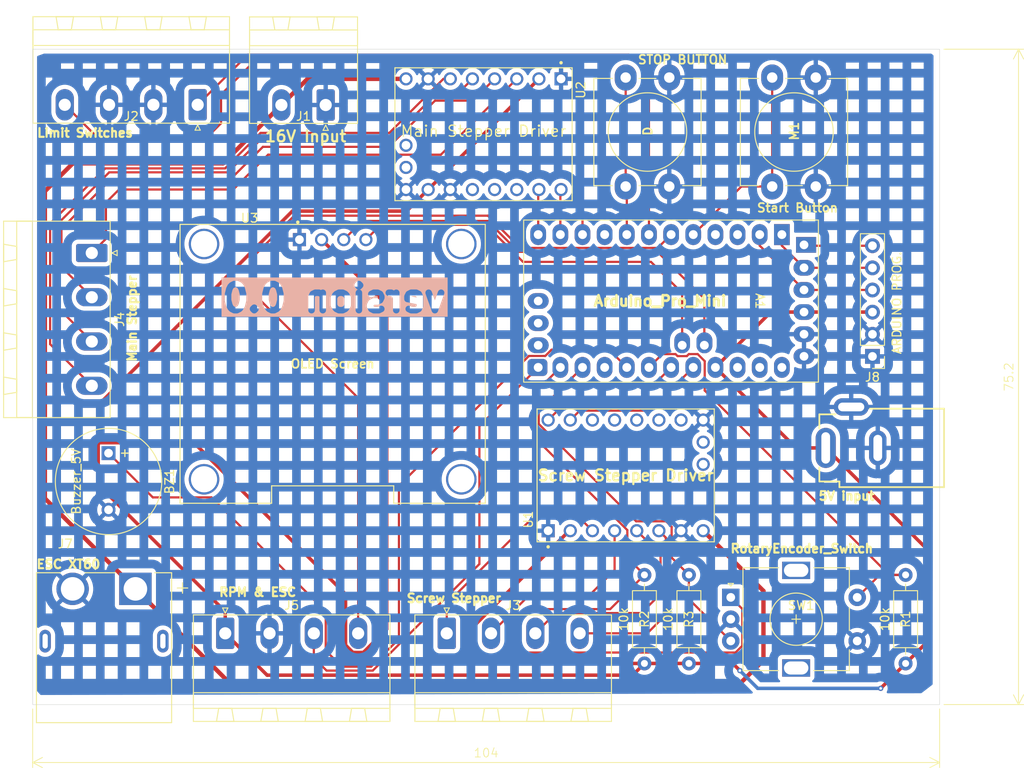
<source format=kicad_pcb>
(kicad_pcb (version 20241229) (generator "pcbnew") (generator_version "9.0")
  (title_block (title "PCB") (rev "0.0"))
  (layers (0 "F.Cu" signal) (2 "B.Cu" signal) (13 "F.Paste" user) (15 "B.Paste" user) (5 "F.SilkS" user "F.Silkscreen") (7 "B.SilkS" user "B.Silkscreen") (1 "F.Mask" user) (3 "B.Mask" user) (25 "Edge.Cuts" user))
  (net 0 "")
  (net 1 "/STP2")
  (net 2 "/RPM")
  (net 3 "/ENCODER_A")
  (net 4 "5V")
  (net 5 "/DIR2")
  (net 6 "/limit2")
  (net 10 "/D_Button")
  (net 11 "/ESC-S")
  (net 13 "/ENCODER_SW")
  (net 14 "/BUZZ-A0")
  (net 15 "/limit1")
  (net 16 "GND")
  (net 19 "/M1_Button")
  (net 23 "/STP1")
  (net 24 "/DIR1")
  (net 25 "/OLED-A4")
  (net 26 "/OLED-A5")
  (net 28 "/ENCODER_B")
  (net 29 "/S1B")
  (net 30 "/S1A")
  (net 31 "/S2B")
  (net 32 "/S2A")
  (net 36 "+16V")
  (net 48 "/DTR")
  (net 49 "/Ard_Rx")
  (net 50 "/Ard_Tx")
  (net 51 "/M2A")
  (net 52 "/M1B")
  (net 53 "/M1A")
  (net 54 "/M2B")
  (footprint "Resistor_THT:R_Axial_DIN0207_L6.3mm_D2.5mm_P10.16mm_Horizontal" (layer "F.Cu") (at 215.3 134.72 -90)
    (property "Reference" "R1" (at 5.08 0 90) (layer "F.SilkS"))
    (property "Value" "10k" (at 5.08 2.37 90) (layer "F.SilkS"))
    (pad "1" thru_hole circle (at 0 0 270) (size 1.6 1.6) (drill 0.8) (layers "*.Cu" "*.Mask") (net 13 "/ENCODER_SW"))
    (pad "2" thru_hole circle (at 10.16 0 270) (size 1.6 1.6) (drill 0.8) (layers "*.Cu" "*.Mask") (net 4 "5V"))
  )
  (footprint "PCM_SL_Devices:Push_Button_W12mm" (layer "F.Cu") (at 202.5 83.9 90)
    (property "Reference" "Start Button" (at -8.7 0.4 180) (layer "F.SilkS") (effects (font (thickness 0.2) (bold yes))))
    (property "Value" "Push_Button_W12mm")
    (fp_text user "M1" (at 0.1 0.04 90) (layer "F.SilkS") (effects (font (thickness 0.2) (bold yes))))
    (pad "1" thru_hole oval (at -6.25 -2.5 90) (size 3 2.5) (drill 1.2) (layers "*.Cu" "*.Mask") (net 19 "/M1_Button"))
    (pad "1" thru_hole oval (at 6.25 -2.5 90) (size 3 2.5) (drill 1.2) (layers "*.Cu" "*.Mask") (net 19 "/M1_Button"))
    (pad "2" thru_hole oval (at -6.25 2.5 90) (size 3 2.5) (drill 1.2) (layers "*.Cu" "*.Mask") (net 16 "GND"))
    (pad "2" thru_hole oval (at 6.25 2.5 90) (size 3 2.5) (drill 1.2) (layers "*.Cu" "*.Mask") (net 16 "GND"))
  )
  (footprint "Rotary_Encoder:RotaryEncoder_Alps_EC11E-Switch_Vertical_H20mm" (layer "F.Cu") (at 195.25 137.3)
    (property "Reference" "SW1" (at 8.075 0.925 0) (layer "F.SilkS"))
    (property "Value" "RotaryEncoder_Switch" (at 8.15 -5.6 0) (layer "F.SilkS") (effects (font (thickness 0.25) (bold yes))))
    (pad "A" thru_hole rect (at 0 0) (size 2 2) (drill 1) (layers "*.Cu" "*.Mask") (net 3 "/ENCODER_A"))
    (pad "B" thru_hole circle (at 0 5) (size 2 2) (drill 1) (layers "*.Cu" "*.Mask") (net 28 "/ENCODER_B"))
    (pad "C" thru_hole circle (at 0 2.5) (size 2 2) (drill 1) (layers "*.Cu" "*.Mask") (net 16 "GND"))
    (pad "MP" thru_hole rect (at 7.5 -3.1) (size 3.2 2) (drill oval 2.8 1.5) (layers "*.Cu" "*.Mask"))
    (pad "MP" thru_hole rect (at 7.5 8.1) (size 3.2 2) (drill oval 2.8 1.5) (layers "*.Cu" "*.Mask"))
    (pad "S1" thru_hole circle (at 14.5 5) (size 2 2) (drill 1) (layers "*.Cu" "*.Mask") (net 16 "GND"))
    (pad "S2" thru_hole circle (at 14.5 0) (size 2 2) (drill 1) (layers "*.Cu" "*.Mask") (net 13 "/ENCODER_SW"))
  )
  (footprint "TMC2209_SILENTSTEPSTICK:MODULE_TMC2209_SILENTSTEPSTICK" (layer "F.Cu") (at 183.2 123.3 90)
    (property "Reference" "U1" (at -5.075 -11.155 90) (layer "F.SilkS"))
    (property "Value" "TMC2209_SILENTSTEPSTICK" (hide yes))
    (property "Description" "Screw Stepper Driver" (at 0 0 180) (layer "F.SilkS") (effects (font (size 1.27 1.27) (thickness 0.254) (bold yes))))
    (pad "1" thru_hole rect (at -6.35 -8.89 90) (size 1.508 1.508) (drill 1) (layers "*.Cu" "*.Mask") (net 16 "GND"))
    (pad "2" thru_hole circle (at -6.35 -6.35 90) (size 1.508 1.508) (drill 1) (layers "*.Cu" "*.Mask") (net 4 "5V"))
    (pad "3" thru_hole circle (at -6.35 -3.81 90) (size 1.508 1.508) (drill 1) (layers "*.Cu" "*.Mask") (net 29 "/S1B"))
    (pad "4" thru_hole circle (at -6.35 -1.27 90) (size 1.508 1.508) (drill 1) (layers "*.Cu" "*.Mask") (net 30 "/S1A"))
    (pad "5" thru_hole circle (at -6.35 1.27 90) (size 1.508 1.508) (drill 1) (layers "*.Cu" "*.Mask") (net 32 "/S2A"))
    (pad "6" thru_hole circle (at -6.35 3.81 90) (size 1.508 1.508) (drill 1) (layers "*.Cu" "*.Mask") (net 31 "/S2B"))
    (pad "7" thru_hole circle (at -6.35 6.35 90) (size 1.508 1.508) (drill 1) (layers "*.Cu" "*.Mask") (net 16 "GND"))
    (pad "8" thru_hole circle (at -6.35 8.89 90) (size 1.508 1.508) (drill 1) (layers "*.Cu" "*.Mask") (net 36 "+16V"))
    (pad "9" thru_hole circle (at 6.35 -8.89 90) (size 1.508 1.508) (drill 1) (layers "*.Cu" "*.Mask") (net 5 "/DIR2"))
    (pad "10" thru_hole circle (at 6.35 -6.35 90) (size 1.508 1.508) (drill 1) (layers "*.Cu" "*.Mask") (net 1 "/STP2"))
    (pad "11" thru_hole circle (at 6.35 -3.81 90) (size 1.508 1.508) (drill 1) (layers "*.Cu" "*.Mask"))
    (pad "12" thru_hole circle (at 6.35 -1.27 90) (size 1.508 1.508) (drill 1) (layers "*.Cu" "*.Mask"))
    (pad "13" thru_hole circle (at 6.35 1.27 90) (size 1.508 1.508) (drill 1) (layers "*.Cu" "*.Mask"))
    (pad "14" thru_hole circle (at 6.35 3.81 90) (size 1.508 1.508) (drill 1) (layers "*.Cu" "*.Mask"))
    (pad "15" thru_hole circle (at 6.35 6.35 90) (size 1.508 1.508) (drill 1) (layers "*.Cu" "*.Mask"))
    (pad "16" thru_hole circle (at 6.35 8.89 90) (size 1.508 1.508) (drill 1) (layers "*.Cu" "*.Mask") (net 16 "GND"))
    (pad "17" thru_hole circle (at 1.27 8.89 90) (size 1.508 1.508) (drill 1) (layers "*.Cu" "*.Mask"))
    (pad "18" thru_hole circle (at 3.81 8.89 90) (size 1.508 1.508) (drill 1) (layers "*.Cu" "*.Mask"))
  )
  (footprint "Connector_Phoenix_MSTB:PhoenixContact_MSTBA_2,5_4-G-5,08_1x04_P5.08mm_Horizontal" (layer "F.Cu") (at 162.68 141.4225)
    (property "Reference" "J3" (at 7.62 -3.2 0) (layer "F.SilkS"))
    (property "Value" "Screw Stepper" (at 0.82 -4.0225 0) (layer "F.SilkS") (effects (font (thickness 0.25) (bold yes))))
    (pad "1" thru_hole roundrect (at 0 0) (size 2.08 3.6) (drill 1.4) (layers "*.Cu" "*.Mask") (roundrect_rratio 0.120192) (net 29 "/S1B"))
    (pad "2" thru_hole oval (at 5.08 0) (size 2.08 3.6) (drill 1.4) (layers "*.Cu" "*.Mask") (net 30 "/S1A"))
    (pad "3" thru_hole oval (at 10.16 0) (size 2.08 3.6) (drill 1.4) (layers "*.Cu" "*.Mask") (net 32 "/S2A"))
    (pad "4" thru_hole oval (at 15.24 0) (size 2.08 3.6) (drill 1.4) (layers "*.Cu" "*.Mask") (net 31 "/S2B"))
  )
  (footprint "Resistor_THT:R_Axial_DIN0207_L6.3mm_D2.5mm_P10.16mm_Horizontal" (layer "F.Cu") (at 190.45 134.72 -90)
    (property "Reference" "R3" (at 5.08 0 90) (layer "F.SilkS"))
    (property "Value" "10k" (at 5.08 2.37 90) (layer "F.SilkS"))
    (pad "1" thru_hole circle (at 0 0 270) (size 1.6 1.6) (drill 0.8) (layers "*.Cu" "*.Mask") (net 28 "/ENCODER_B"))
    (pad "2" thru_hole circle (at 10.16 0 270) (size 1.6 1.6) (drill 0.8) (layers "*.Cu" "*.Mask") (net 4 "5V"))
  )
  (footprint "PCM_SL_Devices:Push_Button_W12mm" (layer "F.Cu") (at 185.7 83.9 90)
    (property "Reference" "STOP BUTTON" (at 8.3 4.03 180) (layer "F.SilkS") (effects (font (thickness 0.2) (bold yes))))
    (property "Value" "Push_Button_W12mm")
    (fp_text user "D" (at 0.1 0.04 90) (layer "F.SilkS") (effects (font (thickness 0.2) (bold yes))))
    (pad "1" thru_hole oval (at -6.25 -2.5 90) (size 3 2.5) (drill 1.2) (layers "*.Cu" "*.Mask") (net 10 "/D_Button"))
    (pad "1" thru_hole oval (at 6.25 -2.5 90) (size 3 2.5) (drill 1.2) (layers "*.Cu" "*.Mask") (net 10 "/D_Button"))
    (pad "2" thru_hole oval (at -6.25 2.5 90) (size 3 2.5) (drill 1.2) (layers "*.Cu" "*.Mask") (net 16 "GND"))
    (pad "2" thru_hole oval (at 6.25 2.5 90) (size 3 2.5) (drill 1.2) (layers "*.Cu" "*.Mask") (net 16 "GND"))
  )
  (footprint "TMC2209_SILENTSTEPSTICK:MODULE_TMC2209_SILENTSTEPSTICK" (layer "F.Cu") (at 166.9 84.1525 -90)
    (property "Reference" "U2" (at -5.075 -11.155 90) (layer "F.SilkS"))
    (property "Value" "TMC2209_SILENTSTEPSTICK" (hide yes))
    (property "Description" "Main Stepper Driver" (at -0.3525 0 180) (layer "F.SilkS") (effects (font (size 1.27 1.27))))
    (pad "1" thru_hole rect (at -6.35 -8.89 270) (size 1.508 1.508) (drill 1) (layers "*.Cu" "*.Mask") (net 16 "GND"))
    (pad "2" thru_hole circle (at -6.35 -6.35 270) (size 1.508 1.508) (drill 1) (layers "*.Cu" "*.Mask") (net 4 "5V"))
    (pad "3" thru_hole circle (at -6.35 -3.81 270) (size 1.508 1.508) (drill 1) (layers "*.Cu" "*.Mask") (net 52 "/M1B"))
    (pad "4" thru_hole circle (at -6.35 -1.27 270) (size 1.508 1.508) (drill 1) (layers "*.Cu" "*.Mask") (net 53 "/M1A"))
    (pad "5" thru_hole circle (at -6.35 1.27 270) (size 1.508 1.508) (drill 1) (layers "*.Cu" "*.Mask") (net 51 "/M2A"))
    (pad "6" thru_hole circle (at -6.35 3.81 270) (size 1.508 1.508) (drill 1) (layers "*.Cu" "*.Mask") (net 54 "/M2B"))
    (pad "7" thru_hole circle (at -6.35 6.35 270) (size 1.508 1.508) (drill 1) (layers "*.Cu" "*.Mask") (net 16 "GND"))
    (pad "8" thru_hole circle (at -6.35 8.89 270) (size 1.508 1.508) (drill 1) (layers "*.Cu" "*.Mask") (net 36 "+16V"))
    (pad "9" thru_hole circle (at 6.35 -8.89 270) (size 1.508 1.508) (drill 1) (layers "*.Cu" "*.Mask") (net 24 "/DIR1"))
    (pad "10" thru_hole circle (at 6.35 -6.35 270) (size 1.508 1.508) (drill 1) (layers "*.Cu" "*.Mask") (net 23 "/STP1"))
    (pad "11" thru_hole circle (at 6.35 -3.81 270) (size 1.508 1.508) (drill 1) (layers "*.Cu" "*.Mask"))
    (pad "12" thru_hole circle (at 6.35 -1.27 270) (size 1.508 1.508) (drill 1) (layers "*.Cu" "*.Mask"))
    (pad "13" thru_hole circle (at 6.35 1.27 270) (size 1.508 1.508) (drill 1) (layers "*.Cu" "*.Mask"))
    (pad "14" thru_hole circle (at 6.35 3.81 270) (size 1.508 1.508) (drill 1) (layers "*.Cu" "*.Mask") (net 16 "GND"))
    (pad "15" thru_hole circle (at 6.35 6.35 270) (size 1.508 1.508) (drill 1) (layers "*.Cu" "*.Mask") (net 4 "5V"))
    (pad "16" thru_hole circle (at 6.35 8.89 270) (size 1.508 1.508) (drill 1) (layers "*.Cu" "*.Mask") (net 16 "GND"))
    (pad "17" thru_hole circle (at 1.27 8.89 270) (size 1.508 1.508) (drill 1) (layers "*.Cu" "*.Mask"))
    (pad "18" thru_hole circle (at 3.81 8.89 270) (size 1.508 1.508) (drill 1) (layers "*.Cu" "*.Mask"))
  )
  (footprint "Buzzer_Beeper:MagneticBuzzer_ProSignal_ABT-410-RC" (layer "F.Cu") (at 123.9 120.75 -90)
    (property "Reference" "BZ1" (at 3.25 -7 90) (layer "F.SilkS"))
    (property "Value" "Buzzer_5V" (at 3.25 3.7 90) (layer "F.SilkS"))
    (fp_text user "+" (at 0 -1.8 90) (layer "F.SilkS"))
    (pad "1" thru_hole rect (at 0 0 270) (size 1.6 1.6) (drill 1) (layers "*.Cu" "*.Mask") (net 14 "/BUZZ-A0"))
    (pad "2" thru_hole circle (at 6.5 0 270) (size 1.6 1.6) (drill 1) (layers "*.Cu" "*.Mask") (net 16 "GND"))
  )
  (footprint "PCM_SL_Development_Boards:Arduino_Pro_Mini(with_programming_pins)" (layer "F.Cu") (at 201.11 95.67 -90)
    (property "Reference" "A1" (at 7.63 2.51 270) (layer "F.SilkS"))
    (property "Value" "Arduino_Pro_Mini" (at 7.62 13.97 0) (layer "F.SilkS") (effects (font (size 1.2 1.2) (thickness 0.3) (bold yes))))
    (pad "1" thru_hole rect (at 0 0 270) (size 2.4 1.8) (drill 1.016) (layers "*.Cu" "*.Mask") (net 50 "/Ard_Tx"))
    (pad "1" thru_hole oval (at 3.81 -2.54 270) (size 1.8 2.4) (drill 1) (layers "*.Cu" "*.Mask") (net 50 "/Ard_Tx"))
    (pad "2" thru_hole oval (at 0 2.54 270) (size 2.4 1.8) (drill 1.016) (layers "*.Cu" "*.Mask") (net 49 "/Ard_Rx"))
    (pad "2" thru_hole oval (at 6.35 -2.54 270) (size 1.8 2.4) (drill 1) (layers "*.Cu" "*.Mask") (net 49 "/Ard_Rx"))
    (pad "3" thru_hole oval (at 0 5.08 270) (size 2.4 1.8) (drill 1.016) (layers "*.Cu" "*.Mask"))
    (pad "3" thru_hole oval (at 15.24 5.08 270) (size 2.4 1.8) (drill 1.016) (layers "*.Cu" "*.Mask"))
    (pad "4" thru_hole oval (at 0 7.62 270) (size 2.4 1.8) (drill 1.016) (layers "*.Cu" "*.Mask"))
    (pad "5" thru_hole oval (at 0 10.16 270) (size 2.4 1.8) (drill 1.016) (layers "*.Cu" "*.Mask") (net 19 "/M1_Button"))
    (pad "6" thru_hole oval (at 0 12.7 270) (size 2.4 1.8) (drill 1.016) (layers "*.Cu" "*.Mask") (net 2 "/RPM"))
    (pad "7" thru_hole oval (at 0 15.24 270) (size 2.4 1.8) (drill 1.016) (layers "*.Cu" "*.Mask") (net 15 "/limit1"))
    (pad "8" thru_hole oval (at 0 17.78 270) (size 2.4 1.8) (drill 1.016) (layers "*.Cu" "*.Mask") (net 10 "/D_Button"))
    (pad "9" thru_hole oval (at 0 20.32 270) (size 2.4 1.8) (drill 1.016) (layers "*.Cu" "*.Mask"))
    (pad "10" thru_hole oval (at 0 22.86 270) (size 2.4 1.8) (drill 1.016) (layers "*.Cu" "*.Mask") (net 6 "/limit2"))
    (pad "11" thru_hole oval (at 0 25.4 270) (size 2.4 1.8) (drill 1.016) (layers "*.Cu" "*.Mask") (net 24 "/DIR1"))
    (pad "12" thru_hole oval (at 0 27.94 270) (size 2.4 1.8) (drill 1.016) (layers "*.Cu" "*.Mask") (net 23 "/STP1"))
    (pad "13" thru_hole oval (at 7.62 27.94 270) (size 1.8 2.4) (drill 1) (layers "*.Cu" "*.Mask"))
    (pad "14" thru_hole oval (at 10.16 27.94 270) (size 1.8 2.4) (drill 1) (layers "*.Cu" "*.Mask"))
    (pad "15" thru_hole oval (at 12.7 27.94 270) (size 1.8 2.4) (drill 1) (layers "*.Cu" "*.Mask"))
    (pad "16" thru_hole roundrect (at 15.24 27.94 270) (size 1.95 2.28) (drill 1.016 (offset 0.005 0.09)) (layers "*.Cu" "*.Mask") (net 11 "/ESC-S"))
    (pad "17" thru_hole oval (at 15.24 25.4 270) (size 2.4 1.8) (drill 1.016) (layers "*.Cu" "*.Mask") (net 3 "/ENCODER_A"))
    (pad "18" thru_hole oval (at 15.24 22.86 270) (size 2.4 1.8) (drill 1.016) (layers "*.Cu" "*.Mask") (net 28 "/ENCODER_B"))
    (pad "19" thru_hole oval (at 15.24 20.32 270) (size 2.4 1.8) (drill 1.016) (layers "*.Cu" "*.Mask"))
    (pad "20" thru_hole oval (at 15.24 17.78 270) (size 2.4 1.8) (drill 1.016) (layers "*.Cu" "*.Mask") (net 14 "/BUZZ-A0"))
    (pad "21" thru_hole oval (at 15.24 15.24 270) (size 2.4 1.8) (drill 1.016) (layers "*.Cu" "*.Mask") (net 13 "/ENCODER_SW"))
    (pad "22" thru_hole oval (at 15.24 12.7 270) (size 2.4 1.8) (drill 1.016) (layers "*.Cu" "*.Mask") (net 5 "/DIR2"))
    (pad "23" thru_hole oval (at 15.24 10.16 270) (size 2.4 1.8) (drill 1.016) (layers "*.Cu" "*.Mask") (net 1 "/STP2"))
    (pad "24" thru_hole oval (at 15.24 7.62 270) (size 2.4 1.8) (drill 1.016) (layers "*.Cu" "*.Mask") (net 4 "5V"))
    (pad "26" thru_hole oval (at 15.24 2.54 270) (size 2.4 1.8) (drill 1.016) (layers "*.Cu" "*.Mask"))
    (pad "27" thru_hole oval (at 15.24 0 270) (size 2.4 1.8) (drill 1.016) (layers "*.Cu" "*.Mask"))
    (pad "28" thru_hole oval (at 13.97 -2.54 270) (size 1.8 2.4) (drill 1) (layers "*.Cu" "*.Mask") (net 16 "GND"))
    (pad "29" thru_hole oval (at 11.43 -2.54 270) (size 1.8 2.4) (drill 1) (layers "*.Cu" "*.Mask") (net 16 "GND"))
    (pad "30" thru_hole oval (at 8.89 -2.54 270) (size 1.8 2.4) (drill 1) (layers "*.Cu" "*.Mask") (net 4 "5V"))
    (pad "31" thru_hole rect (at 1.18 -2.54 270) (size 1.8 2.3) (drill 1 (offset 0 -0.24)) (layers "*.Cu" "*.Mask") (net 48 "/DTR"))
    (pad "32" thru_hole oval (at 12.7 8.89 270) (size 2.4 1.82) (drill 1.016 (offset -0.28 -0.01)) (layers "*.Cu" "*.Mask") (net 26 "/OLED-A5"))
    (pad "33" thru_hole oval (at 12.7 11.43 270) (size 2.4 1.8) (drill 1.016 (offset -0.28 0)) (layers "*.Cu" "*.Mask") (net 25 "/OLED-A4"))
  )
  (footprint "PCM_SparkFun-Connector:Barrel_Jack_PTH_Slot" (layer "F.Cu") (at 212.1087 120.1487)
    (property "Reference" "J6")
    (property "Value" "5V input" (at -6.9087 6.1013 0) (layer "F.SilkS") (effects (font (thickness 0.25) (bold yes)) (justify left bottom)))
    (pad "GND" thru_hole oval (at 0 0 90) (size 4 2) (drill oval 3 1) (layers "*.Cu" "*.Mask") (net 16 "GND"))
    (pad "GNDBREAK" thru_hole oval (at -3.048 -4.699) (size 4 2) (drill oval 3 1) (layers "*.Cu" "*.Mask") (net 16 "GND"))
    (pad "PWR" thru_hole oval (at -5.969 0 90) (size 4.6 2.3) (drill oval 3.6 1) (layers "*.Cu" "*.Mask") (net 4 "5V"))
  )
  (footprint "Connector_Phoenix_MSTB:PhoenixContact_MSTBA_2,5_4-G-5,08_1x04_P5.08mm_Horizontal" (layer "F.Cu") (at 121.9775 97.78 -90)
    (property "Reference" "J4" (at 7.62 -3.2 90) (layer "F.SilkS"))
    (property "Value" "Main Stepper" (at 7.52 -4.6225 90) (layer "F.SilkS") (effects (font (thickness 0.25) (bold yes))))
    (pad "1" thru_hole roundrect (at 0 0 270) (size 2.08 3.6) (drill 1.4) (layers "*.Cu" "*.Mask") (roundrect_rratio 0.120192) (net 52 "/M1B"))
    (pad "2" thru_hole oval (at 5.08 0 270) (size 2.08 3.6) (drill 1.4) (layers "*.Cu" "*.Mask") (net 53 "/M1A"))
    (pad "3" thru_hole oval (at 10.16 0 270) (size 2.08 3.6) (drill 1.4) (layers "*.Cu" "*.Mask") (net 51 "/M2A"))
    (pad "4" thru_hole oval (at 15.24 0 270) (size 2.08 3.6) (drill 1.4) (layers "*.Cu" "*.Mask") (net 54 "/M2B"))
  )
  (footprint "Connector_Phoenix_MSTB:PhoenixContact_MSTBA_2,5_4-G-5,08_1x04_P5.08mm_Horizontal" (layer "F.Cu") (at 137.28 141.4225)
    (property "Reference" "J5" (at 7.62 -3.2 0) (layer "F.SilkS"))
    (property "Value" "RPM & ESC" (at 3.72 -4.7225 0) (layer "F.SilkS") (effects (font (thickness 0.25) (bold yes))))
    (pad "1" thru_hole roundrect (at 0 0) (size 2.08 3.6) (drill 1.4) (layers "*.Cu" "*.Mask") (roundrect_rratio 0.120192) (net 4 "5V"))
    (pad "2" thru_hole oval (at 5.08 0) (size 2.08 3.6) (drill 1.4) (layers "*.Cu" "*.Mask") (net 16 "GND"))
    (pad "3" thru_hole oval (at 10.16 0) (size 2.08 3.6) (drill 1.4) (layers "*.Cu" "*.Mask") (net 11 "/ESC-S"))
    (pad "4" thru_hole oval (at 15.24 0) (size 2.08 3.6) (drill 1.4) (layers "*.Cu" "*.Mask") (net 2 "/RPM"))
  )
  (footprint "DM-OLED096-636:MODULE_DM-OLED096-636" (layer "F.Cu") (at 149.6 110.5)
    (property "Reference" "U3" (at -9.525 -16.72 0) (layer "F.SilkS"))
    (property "Value" "OLED Screen" (at 0 0 0) (layer "F.SilkS") (effects (font (thickness 0.2) (bold yes))))
    (pad "" np_thru_hole circle (at -14.75 -13.75) (size 3.5 3.5) (drill 3) (layers "*.Cu" "*.Mask"))
    (pad "" np_thru_hole circle (at -14.75 13.25) (size 3.5 3.5) (drill 3) (layers "*.Cu" "*.Mask"))
    (pad "" np_thru_hole circle (at 14.75 -13.75) (size 3.5 3.5) (drill 3) (layers "*.Cu" "*.Mask"))
    (pad "" np_thru_hole circle (at 14.75 13.25) (size 3.5 3.5) (drill 3) (layers "*.Cu" "*.Mask"))
    (pad "1" thru_hole rect (at -3.81 -14.25) (size 1.508 1.508) (drill 1) (layers "*.Cu" "*.Mask") (net 16 "GND"))
    (pad "2" thru_hole circle (at -1.27 -14.25) (size 1.508 1.508) (drill 1) (layers "*.Cu" "*.Mask") (net 4 "5V"))
    (pad "3" thru_hole circle (at 1.27 -14.25) (size 1.508 1.508) (drill 1) (layers "*.Cu" "*.Mask") (net 26 "/OLED-A5"))
    (pad "4" thru_hole circle (at 3.81 -14.25) (size 1.508 1.508) (drill 1) (layers "*.Cu" "*.Mask") (net 25 "/OLED-A4"))
  )
  (footprint "Connector_Phoenix_MSTB:PhoenixContact_MSTBA_2,5_4-G-5,08_1x04_P5.08mm_Horizontal" (layer "F.Cu") (at 134.12 80.7775 180)
    (property "Reference" "J2" (at 7.62 -1.3225 0) (layer "F.SilkS"))
    (property "Value" "Limit Switches" (at 12.92 -3.2225 0) (layer "F.SilkS") (effects (font (thickness 0.25) (bold yes))))
    (pad "1" thru_hole roundrect (at 0 0 180) (size 2.08 3.6) (drill 1.4) (layers "*.Cu" "*.Mask") (roundrect_rratio 0.120192) (net 15 "/limit1"))
    (pad "2" thru_hole oval (at 5.08 0 180) (size 2.08 3.6) (drill 1.4) (layers "*.Cu" "*.Mask") (net 16 "GND"))
    (pad "3" thru_hole oval (at 10.16 0 180) (size 2.08 3.6) (drill 1.4) (layers "*.Cu" "*.Mask") (net 16 "GND"))
    (pad "4" thru_hole oval (at 15.24 0 180) (size 2.08 3.6) (drill 1.4) (layers "*.Cu" "*.Mask") (net 6 "/limit2"))
  )
  (footprint "Resistor_THT:R_Axial_DIN0207_L6.3mm_D2.5mm_P10.16mm_Horizontal" (layer "F.Cu") (at 185.35 134.72 -90)
    (property "Reference" "R2" (at 5.08 0 90) (layer "F.SilkS"))
    (property "Value" "10k" (at 5.08 2.37 90) (layer "F.SilkS"))
    (pad "1" thru_hole circle (at 0 0 270) (size 1.6 1.6) (drill 0.8) (layers "*.Cu" "*.Mask") (net 3 "/ENCODER_A"))
    (pad "2" thru_hole circle (at 10.16 0 270) (size 1.6 1.6) (drill 0.8) (layers "*.Cu" "*.Mask") (net 4 "5V"))
  )
  (footprint "XT60PW-F:AMASS_XT60PW-F" (layer "F.Cu") (at 123.3808 136.3225)
    (property "Reference" "J7" (at -4.445 -5.165 0) (layer "F.SilkS"))
    (property "Value" "ESC XT60" (at -4.0808 -2.8225 0) (layer "F.SilkS") (effects (font (thickness 0.25) (bold yes))))
    (pad "1" thru_hole rect (at 3.6 0) (size 3.716 3.716) (drill 2.7) (layers "*.Cu" "*.Mask") (net 36 "+16V"))
    (pad "2" thru_hole circle (at -3.6 0) (size 3.716 3.716) (drill 2.7) (layers "*.Cu" "*.Mask") (net 16 "GND"))
    (pad "SH1" thru_hole oval (at -6.75 6) (size 1.3 2.6) (drill oval 0.6 1.7) (layers "*.Cu" "*.Mask"))
    (pad "SH2" thru_hole oval (at 6.75 6) (size 1.3 2.6) (drill oval 0.6 1.7) (layers "*.Cu" "*.Mask"))
  )
  (footprint "Connector_PinHeader_2.54mm:PinHeader_1x06_P2.54mm_Vertical" (layer "F.Cu") (at 211.5 109.65 180)
    (property "Reference" "J8" (at 0 -2.38 0) (layer "F.SilkS"))
    (property "Value" "ARDUINO PROG." (at -2.8 6.15 90) (layer "F.SilkS"))
    (pad "1" thru_hole rect (at 0 0 180) (size 1.7 1.7) (drill 1) (layers "*.Cu" "*.Mask") (net 16 "GND"))
    (pad "2" thru_hole circle (at 0 2.54 180) (size 1.7 1.7) (drill 1) (layers "*.Cu" "*.Mask") (net 16 "GND"))
    (pad "3" thru_hole circle (at 0 5.08 180) (size 1.7 1.7) (drill 1) (layers "*.Cu" "*.Mask") (net 4 "5V"))
    (pad "4" thru_hole circle (at 0 7.62 180) (size 1.7 1.7) (drill 1) (layers "*.Cu" "*.Mask") (net 49 "/Ard_Rx"))
    (pad "5" thru_hole circle (at 0 10.16 180) (size 1.7 1.7) (drill 1) (layers "*.Cu" "*.Mask") (net 50 "/Ard_Tx"))
    (pad "6" thru_hole circle (at 0 12.7 180) (size 1.7 1.7) (drill 1) (layers "*.Cu" "*.Mask") (net 48 "/DTR"))
  )
  (footprint "Connector_Phoenix_MSTB:PhoenixContact_MSTBA_2,5_2-G-5,08_1x02_P5.08mm_Horizontal" (layer "F.Cu") (at 148.8 80.8 180)
    (property "Reference" "J1" (at 2.54 -1.3 0) (layer "F.SilkS"))
    (property "Value" "Screw_Terminal_2_P5.00mm")
    (property "Description" "16V Input" (at 2.3 -3.6 0) (layer "F.SilkS") (effects (font (size 1.27 1.27) (thickness 0.254) (bold yes))))
    (pad "1" thru_hole roundrect (at 0 0 180) (size 2.08 3.6) (drill 1.4) (layers "*.Cu" "*.Mask") (roundrect_rratio 0.120192) (net 16 "GND"))
    (pad "2" thru_hole oval (at 5.08 0 180) (size 2.08 3.6) (drill 1.4) (layers "*.Cu" "*.Mask") (net 36 "+16V"))
  )
  (gr_rect (start 115.2 74.4) (end 219.2 149.6) (stroke (width 0.05)) (fill no) (layer "Edge.Cuts"))
  (gr_text "version 0.0" (at 149.75 104.75 0) (layer "B.SilkS" knockout) (effects (font (size 3 3) (thickness 0.75) (bold yes)) (justify bottom mirror)))
  (dimension (type aligned) (layer "F.SilkS") (pts (xy 219.2 149.6) (xy 115.2 149.6)) (height -6.65) (format (prefix "") (suffix "") (units 3) (units_format 0) (precision 4) (suppress_zeroes yes)) (style (thickness 0.1) (arrow_length 1.27) (text_position_mode 0) (arrow_direction outward) (extension_height 0.58642) (extension_offset 0.5) (keep_text_aligned yes)) (gr_text "104" (at 167.2 155.15 0) (layer "F.SilkS") (effects (font (size 1 1) (thickness 0.1)))))
  (dimension (type aligned) (layer "F.SilkS") (pts (xy 219.2 74.4) (xy 219.2 149.6)) (height -9.05) (format (prefix "") (suffix "") (units 3) (units_format 0) (precision 4) (suppress_zeroes yes)) (style (thickness 0.1) (arrow_length 1.27) (text_position_mode 0) (arrow_direction outward) (extension_height 0.58642) (extension_offset 0.5) (keep_text_aligned yes)) (gr_text "75.2" (at 227.15 112 90) (layer "F.SilkS") (effects (font (size 1 1) (thickness 0.1)))))
  (segment (start 190.95 110.91) (end 185.99 115.87) (width 0.25) (layer "F.Cu") (net 1))
  (segment (start 185.99 115.87) (end 177.93 115.87) (width 0.25) (layer "F.Cu") (net 1))
  (segment (start 177.93 115.87) (end 176.85 116.95) (width 0.25) (layer "F.Cu") (net 1))
  (segment (start 188.41 95.67) (end 186.884 97.196) (width 0.25) (layer "F.Cu") (net 2))
  (segment (start 145.2 93.5) (end 140.4 98.3) (width 0.25) (layer "F.Cu") (net 2))
  (segment (start 140.4 98.3) (end 140.4 102.3) (width 0.25) (layer "F.Cu") (net 2))
  (segment (start 152.52 114.42) (end 152.52 141.4225) (width 0.25) (layer "F.Cu") (net 2))
  (segment (start 167.4 93.5) (end 145.2 93.5) (width 0.25) (layer "F.Cu") (net 2))
  (segment (start 186.884 97.196) (end 171.096 97.196) (width 0.25) (layer "F.Cu") (net 2))
  (segment (start 171.096 97.196) (end 167.4 93.5) (width 0.25) (layer "F.Cu") (net 2))
  (segment (start 140.4 102.3) (end 152.52 114.42) (width 0.25) (layer "F.Cu") (net 2))
  (segment (start 195.25 137.3) (end 196.576 138.626) (width 0.25) (layer "F.Cu") (net 3))
  (segment (start 195.799248 143.626) (end 171.026 143.626) (width 0.25) (layer "F.Cu") (net 3))
  (segment (start 181.421 138.649) (end 185.35 134.72) (width 0.25) (layer "F.Cu") (net 3))
  (segment (start 183.39 129.582649) (end 183.39 132.76) (width 0.25) (layer "F.Cu") (net 3))
  (segment (start 170.6 143.2) (end 170.6 139.9) (width 0.25) (layer "F.Cu") (net 3))
  (segment (start 172.779 118.971649) (end 183.39 129.582649) (width 0.25) (layer "F.Cu") (net 3))
  (segment (start 196.576 142.849248) (end 195.799248 143.626) (width 0.25) (layer "F.Cu") (net 3))
  (segment (start 170.6 139.9) (end 171.851 138.649) (width 0.25) (layer "F.Cu") (net 3))
  (segment (start 183.39 132.76) (end 185.35 134.72) (width 0.25) (layer "F.Cu") (net 3))
  (segment (start 171.026 143.626) (end 170.6 143.2) (width 0.25) (layer "F.Cu") (net 3))
  (segment (start 196.576 138.626) (end 196.576 142.849248) (width 0.25) (layer "F.Cu") (net 3))
  (segment (start 171.851 138.649) (end 181.421 138.649) (width 0.25) (layer "F.Cu") (net 3))
  (segment (start 175.71 110.91) (end 172.779 113.841) (width 0.25) (layer "F.Cu") (net 3))
  (segment (start 172.779 113.841) (end 172.779 118.971649) (width 0.25) (layer "F.Cu") (net 3))
  (segment (start 155.8 140.940382) (end 153.116882 143.6235) (width 0.4) (layer "F.Cu") (net 4))
  (segment (start 185.35 144.88) (end 190.45 144.88) (width 0.4) (layer "F.Cu") (net 4))
  (segment (start 173.25 77.8025) (end 160.55 90.5025) (width 0.4) (layer "F.Cu") (net 4))
  (segment (start 176.734618 129.65) (end 165.2 141.184618) (width 0.4) (layer "F.Cu") (net 4))
  (segment (start 151.079 142.779382) (end 151.079 136.937026) (width 0.4) (layer "F.Cu") (net 4))
  (segment (start 206.1397 120.1487) (end 217.899 131.908) (width 0.4) (layer "F.Cu") (net 4))
  (segment (start 122.851 119.549) (end 122.699 119.701) (width 0.4) (layer "F.Cu") (net 4))
  (segment (start 122.699 115.257124) (end 122.699 124.350529) (width 0.4) (layer "F.Cu") (net 4))
  (segment (start 176.85 129.65) (end 176.734618 129.65) (width 0.4) (layer "F.Cu") (net 4))
  (segment (start 142.0835 146.226) (end 184.004 146.226) (width 0.4) (layer "F.Cu") (net 4))
  (segment (start 184.004 146.226) (end 185.35 144.88) (width 0.4) (layer "F.Cu") (net 4))
  (segment (start 144.982124 92.974) (end 122.699 115.257124) (width 0.4) (layer "F.Cu") (net 4))
  (segment (start 137.28 138.931529) (end 137.28 141.4225) (width 0.4) (layer "F.Cu") (net 4))
  (segment (start 155.8 103.72) (end 155.8 140.940382) (width 0.4) (layer "F.Cu") (net 4))
  (segment (start 166.68 144.88) (end 185.35 144.88) (width 0.4) (layer "F.Cu") (net 4))
  (segment (start 217.899 131.908) (end 217.899 142.281) (width 0.4) (layer "F.Cu") (net 4))
  (segment (start 165.2 143.4) (end 166.68 144.88) (width 0.4) (layer "F.Cu") (net 4))
  (segment (start 158.0785 92.974) (end 144.982124 92.974) (width 0.4) (layer "F.Cu") (net 4))
  (segment (start 160.55 90.5025) (end 158.0785 92.974) (width 0.4) (layer "F.Cu") (net 4))
  (segment (start 217.899 142.281) (end 215.3 144.88) (width 0.4) (layer "F.Cu") (net 4))
  (segment (start 133.690974 119.549) (end 122.851 119.549) (width 0.4) (layer "F.Cu") (net 4))
  (segment (start 153.116882 143.6235) (end 151.923118 143.6235) (width 0.4) (layer "F.Cu") (net 4))
  (segment (start 151.923118 143.6235) (end 151.079 142.779382) (width 0.4) (layer "F.Cu") (net 4))
  (segment (start 193.49 110.91) (end 202.7287 120.1487) (width 0.4) (layer "F.Cu") (net 4))
  (segment (start 137.28 141.4225) (end 142.0835 146.226) (width 0.4) (layer "F.Cu") (net 4))
  (segment (start 211.49 104.56) (end 211.5 104.57) (width 0.4) (layer "F.Cu") (net 4))
  (segment (start 193.49 110.91) (end 199.84 104.56) (width 0.4) (layer "F.Cu") (net 4))
  (segment (start 190.45 144.88) (end 195.48 144.88) (width 0.4) (layer "F.Cu") (net 4))
  (segment (start 202.7287 120.1487) (end 206.1397 120.1487) (width 0.4) (layer "F.Cu") (net 4))
  (segment (start 195.48 144.88) (end 196.3 145.7) (width 0.4) (layer "F.Cu") (net 4))
  (segment (start 148.33 96.25) (end 155.8 103.72) (width 0.4) (layer "F.Cu") (net 4))
  (segment (start 122.699 124.350529) (end 137.28 138.931529) (width 0.4) (layer "F.Cu") (net 4))
  (segment (start 165.2 141.184618) (end 165.2 143.4) (width 0.4) (layer "F.Cu") (net 4))
  (segment (start 122.699 119.701) (end 122.699 124.350529) (width 0.4) (layer "F.Cu") (net 4))
  (segment (start 199.84 104.56) (end 203.65 104.56) (width 0.4) (layer "F.Cu") (net 4))
  (segment (start 215.3 144.88) (end 212.44 147.74) (width 0.4) (layer "F.Cu") (net 4))
  (segment (start 203.65 104.56) (end 211.49 104.56) (width 0.4) (layer "F.Cu") (net 4))
  (segment (start 151.079 136.937026) (end 133.690974 119.549) (width 0.4) (layer "F.Cu") (net 4))
  (via (at 196.3 145.7) (size 0.6) (drill 0.3) (layers "F.Cu" "B.Cu") (net 4))
  (via (at 212.44 147.74) (size 0.6) (drill 0.3) (layers "F.Cu" "B.Cu") (net 4))
  (segment (start 198.34 147.74) (end 212.44 147.74) (width 0.4) (layer "B.Cu") (net 4))
  (segment (start 196.3 145.7) (end 198.34 147.74) (width 0.4) (layer "B.Cu") (net 4))
  (segment (start 184.42 114.9) (end 176.36 114.9) (width 0.25) (layer "F.Cu") (net 5))
  (segment (start 176.36 114.9) (end 174.31 116.95) (width 0.25) (layer "F.Cu") (net 5))
  (segment (start 188.41 110.91) (end 184.42 114.9) (width 0.25) (layer "F.Cu") (net 5))
  (segment (start 135.1 84.6) (end 122.7025 84.6) (width 0.25) (layer "F.Cu") (net 6))
  (segment (start 176.9 75.477) (end 140.923 75.477) (width 0.25) (layer "F.Cu") (net 6))
  (segment (start 122.7025 84.6) (end 118.88 80.7775) (width 0.25) (layer "F.Cu") (net 6))
  (segment (start 140.923 75.477) (end 136.8 79.6) (width 0.25) (layer "F.Cu") (net 6))
  (segment (start 136.8 82.9) (end 135.1 84.6) (width 0.25) (layer "F.Cu") (net 6))
  (segment (start 136.8 79.6) (end 136.8 82.9) (width 0.25) (layer "F.Cu") (net 6))
  (segment (start 178.25 76.827) (end 176.9 75.477) (width 0.25) (layer "F.Cu") (net 6))
  (segment (start 178.25 95.67) (end 178.25 76.827) (width 0.25) (layer "F.Cu") (net 6))
  (segment (start 183.33 95.67) (end 183.33 90.28) (width 0.25) (layer "F.Cu") (net 10))
  (segment (start 183.33 90.28) (end 183.2 90.15) (width 0.25) (layer "F.Cu") (net 10))
  (segment (start 183.2 90.15) (end 183.2 77.65) (width 0.25) (layer "F.Cu") (net 10))
  (segment (start 154.2 145.7) (end 148.9 145.7) (width 0.25) (layer "F.Cu") (net 11))
  (segment (start 166.426 117.654) (end 166.426 133.474) (width 0.25) (layer "F.Cu") (net 11))
  (segment (start 148.9 145.7) (end 147.44 144.24) (width 0.25) (layer "F.Cu") (net 11))
  (segment (start 166.426 133.474) (end 154.2 145.7) (width 0.25) (layer "F.Cu") (net 11))
  (segment (start 173.17 110.91) (end 166.426 117.654) (width 0.25) (layer "F.Cu") (net 11))
  (segment (start 147.44 144.24) (end 147.44 141.4225) (width 0.25) (layer "F.Cu") (net 11))
  (segment (start 187.396 109.384) (end 188.917826 109.384) (width 0.25) (layer "F.Cu") (net 13))
  (segment (start 185.87 110.91) (end 187.396 109.384) (width 0.25) (layer "F.Cu") (net 13))
  (segment (start 189.149826 109.616) (end 190.210174 109.616) (width 0.25) (layer "F.Cu") (net 13))
  (segment (start 190.442174 109.384) (end 191.457826 109.384) (width 0.25) (layer "F.Cu") (net 13))
  (segment (start 212.33 134.72) (end 215.3 134.72) (width 0.25) (layer "F.Cu") (net 13))
  (segment (start 191.457826 109.384) (end 192.264 110.190174) (width 0.25) (layer "F.Cu") (net 13))
  (segment (start 192.264 113.564) (end 213.42 134.72) (width 0.25) (layer "F.Cu") (net 13))
  (segment (start 188.917826 109.384) (end 189.149826 109.616) (width 0.25) (layer "F.Cu") (net 13))
  (segment (start 190.210174 109.616) (end 190.442174 109.384) (width 0.25) (layer "F.Cu") (net 13))
  (segment (start 209.75 137.3) (end 212.33 134.72) (width 0.25) (layer "F.Cu") (net 13))
  (segment (start 192.264 110.190174) (end 192.264 113.564) (width 0.25) (layer "F.Cu") (net 13))
  (segment (start 213.42 134.72) (end 215.3 134.72) (width 0.25) (layer "F.Cu") (net 13))
  (segment (start 157.2 124.497448) (end 157.2 142.06219) (width 0.25) (layer "F.Cu") (net 14))
  (segment (start 181.297826 108.877826) (end 174.696 108.877826) (width 0.25) (layer "F.Cu") (net 14))
  (segment (start 154.01319 145.249) (end 150.649 145.249) (width 0.25) (layer "F.Cu") (net 14))
  (segment (start 183.33 110.91) (end 181.297826 108.877826) (width 0.25) (layer "F.Cu") (net 14))
  (segment (start 128.976 125.826) (end 123.9 120.75) (width 0.25) (layer "F.Cu") (net 14))
  (segment (start 172.101448 109.596) (end 157.2 124.497448) (width 0.25) (layer "F.Cu") (net 14))
  (segment (start 148.806 138.922092) (end 135.709908 125.826) (width 0.25) (layer "F.Cu") (net 14))
  (segment (start 135.709908 125.826) (end 128.976 125.826) (width 0.25) (layer "F.Cu") (net 14))
  (segment (start 150.649 145.249) (end 148.806 143.406) (width 0.25) (layer "F.Cu") (net 14))
  (segment (start 157.2 142.06219) (end 154.01319 145.249) (width 0.25) (layer "F.Cu") (net 14))
  (segment (start 148.806 143.406) (end 148.806 138.922092) (width 0.25) (layer "F.Cu") (net 14))
  (segment (start 173.977826 109.596) (end 172.101448 109.596) (width 0.25) (layer "F.Cu") (net 14))
  (segment (start 174.696 108.877826) (end 173.977826 109.596) (width 0.25) (layer "F.Cu") (net 14))
  (segment (start 185.87 77.37) (end 183.526 75.026) (width 0.25) (layer "F.Cu") (net 15))
  (segment (start 185.87 95.67) (end 185.87 77.37) (width 0.25) (layer "F.Cu") (net 15))
  (segment (start 139.8715 75.026) (end 134.12 80.7775) (width 0.25) (layer "F.Cu") (net 15))
  (segment (start 183.526 75.026) (end 139.8715 75.026) (width 0.25) (layer "F.Cu") (net 15))
  (segment (start 190.95 95.67) (end 196.47 90.15) (width 0.25) (layer "F.Cu") (net 19))
  (segment (start 200 90.15) (end 200 77.65) (width 0.25) (layer "F.Cu") (net 19))
  (segment (start 196.47 90.15) (end 200 90.15) (width 0.25) (layer "F.Cu") (net 19))
  (segment (start 173.17 90.5825) (end 173.25 90.5025) (width 0.25) (layer "F.Cu") (net 23))
  (segment (start 173.17 95.67) (end 173.17 90.5825) (width 0.25) (layer "F.Cu") (net 23))
  (segment (start 175.71 90.5825) (end 175.79 90.5025) (width 0.25) (layer "F.Cu") (net 24))
  (segment (start 175.71 95.67) (end 175.71 90.5825) (width 0.25) (layer "F.Cu") (net 24))
  (segment (start 186.1 98.8) (end 171.42438 98.8) (width 0.25) (layer "F.Cu") (net 25))
  (segment (start 155.109 94.551) (end 153.41 96.25) (width 0.25) (layer "F.Cu") (net 25))
  (segment (start 189.68 102.38) (end 186.1 98.8) (width 0.25) (layer "F.Cu") (net 25))
  (segment (start 171.42438 98.8) (end 167.17538 94.551) (width 0.25) (layer "F.Cu") (net 25))
  (segment (start 189.68 108.37) (end 189.68 102.38) (width 0.25) (layer "F.Cu") (net 25))
  (segment (start 167.17538 94.551) (end 155.109 94.551) (width 0.25) (layer "F.Cu") (net 25))
  (segment (start 192.22 103.02) (end 186.847 97.647) (width 0.25) (layer "F.Cu") (net 26))
  (segment (start 167.36219 94.1) (end 153.02 94.1) (width 0.25) (layer "F.Cu") (net 26))
  (segment (start 170.90919 97.647) (end 167.36219 94.1) (width 0.25) (layer "F.Cu") (net 26))
  (segment (start 192.22 108.37) (end 192.22 103.02) (width 0.25) (layer "F.Cu") (net 26))
  (segment (start 186.847 97.647) (end 170.90919 97.647) (width 0.25) (layer "F.Cu") (net 26))
  (segment (start 153.02 94.1) (end 150.87 96.25) (width 0.25) (layer "F.Cu") (net 26))
  (segment (start 188.47 132.74) (end 190.45 134.72) (width 0.25) (layer "F.Cu") (net 28))
  (segment (start 184.402649 128.57) (end 187.837351 128.57) (width 0.25) (layer "F.Cu") (net 28))
  (segment (start 178.25 110.91) (end 173.23 115.93) (width 0.25) (layer "F.Cu") (net 28))
  (segment (start 187.837351 128.57) (end 188.47 129.202649) (width 0.25) (layer "F.Cu") (net 28))
  (segment (start 173.23 117.397351) (end 184.402649 128.57) (width 0.25) (layer "F.Cu") (net 28))
  (segment (start 188.47 129.202649) (end 188.47 132.74) (width 0.25) (layer "F.Cu") (net 28))
  (segment (start 173.23 115.93) (end 173.23 117.397351) (width 0.25) (layer "F.Cu") (net 28))
  (segment (start 190.45 137.5) (end 190.45 134.72) (width 0.25) (layer "F.Cu") (net 28))
  (segment (start 195.25 142.3) (end 190.45 137.5) (width 0.25) (layer "F.Cu") (net 28))
  (segment (start 162.68 141.4225) (end 162.68 138.02) (width 0.25) (layer "F.Cu") (net 29))
  (segment (start 177.74 128) (end 179.39 129.65) (width 0.25) (layer "F.Cu") (net 29))
  (segment (start 172.7 128) (end 177.74 128) (width 0.25) (layer "F.Cu") (net 29))
  (segment (start 162.68 138.02) (end 172.7 128) (width 0.25) (layer "F.Cu") (net 29))
  (segment (start 167.76 141.4225) (end 172.1825 137) (width 0.25) (layer "F.Cu") (net 30))
  (segment (start 172.1825 137) (end 179.1 137) (width 0.25) (layer "F.Cu") (net 30))
  (segment (start 181.93 129.65) (end 181.93 134.17) (width 0.25) (layer "F.Cu") (net 30))
  (segment (start 179.1 137) (end 181.9 134.2) (width 0.25) (layer "F.Cu") (net 30))
  (segment (start 177.92 141.4225) (end 185.6775 141.4225) (width 0.25) (layer "F.Cu") (net 31))
  (segment (start 187.8 130.44) (end 187.01 129.65) (width 0.25) (layer "F.Cu") (net 31))
  (segment (start 187.8 139.3) (end 187.8 130.44) (width 0.25) (layer "F.Cu") (net 31))
  (segment (start 185.6775 141.4225) (end 187.8 139.3) (width 0.25) (layer "F.Cu") (net 31))
  (segment (start 187.2 136.9) (end 187.2 132.38) (width 0.25) (layer "F.Cu") (net 32))
  (segment (start 175.1625 139.1) (end 185 139.1) (width 0.25) (layer "F.Cu") (net 32))
  (segment (start 187.2 132.38) (end 184.47 129.65) (width 0.25) (layer "F.Cu") (net 32))
  (segment (start 172.84 141.4225) (end 175.1625 139.1) (width 0.25) (layer "F.Cu") (net 32))
  (segment (start 185 139.1) (end 187.2 136.9) (width 0.25) (layer "F.Cu") (net 32))
  (segment (start 119.8 87.5) (end 116.6 90.7) (width 0.5) (layer "F.Cu") (net 36))
  (segment (start 143.72 80.8) (end 146.7175 77.8025) (width 0.5) (layer "F.Cu") (net 36))
  (segment (start 137.02 87.5) (end 119.8 87.5) (width 0.5) (layer "F.Cu") (net 36))
  (segment (start 199 144.5) (end 195.651 147.849) (width 0.5) (layer "F.Cu") (net 36))
  (segment (start 146.7175 77.8025) (end 158.01 77.8025) (width 0.5) (layer "F.Cu") (net 36))
  (segment (start 138.5073 147.849) (end 126.9808 136.3225) (width 0.5) (layer "F.Cu") (net 36))
  (segment (start 199 136.56) (end 199 144.5) (width 0.5) (layer "F.Cu") (net 36))
  (segment (start 143.72 80.8) (end 137.02 87.5) (width 0.5) (layer "F.Cu") (net 36))
  (segment (start 116.6 90.7) (end 116.6 125.9417) (width 0.5) (layer "F.Cu") (net 36))
  (segment (start 116.6 125.9417) (end 126.9808 136.3225) (width 0.5) (layer "F.Cu") (net 36))
  (segment (start 195.651 147.849) (end 138.5073 147.849) (width 0.5) (layer "F.Cu") (net 36))
  (segment (start 192.09 129.65) (end 199 136.56) (width 0.5) (layer "F.Cu") (net 36))
  (segment (start 203.65 96.85) (end 203.75 96.95) (width 0.25) (layer "F.Cu") (net 48))
  (segment (start 203.75 96.95) (end 211.5 96.95) (width 0.25) (layer "F.Cu") (net 48))
  (segment (start 198.57 96.94) (end 198.57 95.67) (width 0.25) (layer "F.Cu") (net 49))
  (segment (start 203.65 102.02) (end 198.57 96.94) (width 0.25) (layer "F.Cu") (net 49))
  (segment (start 203.65 102.02) (end 211.49 102.02) (width 0.25) (layer "F.Cu") (net 49))
  (segment (start 211.49 102.02) (end 211.5 102.03) (width 0.25) (layer "F.Cu") (net 49))
  (segment (start 203.65 99.48) (end 201.11 96.94) (width 0.25) (layer "F.Cu") (net 50))
  (segment (start 201.11 96.94) (end 201.11 95.67) (width 0.25) (layer "F.Cu") (net 50))
  (segment (start 211.49 99.48) (end 211.5 99.49) (width 0.25) (layer "F.Cu") (net 50))
  (segment (start 203.65 99.48) (end 211.49 99.48) (width 0.25) (layer "F.Cu") (net 50))
  (segment (start 123.973 88.527) (end 117.8 94.7) (width 0.25) (layer "F.Cu") (net 51))
  (segment (start 163.8325 79.6) (end 161.4 79.6) (width 0.25) (layer "F.Cu") (net 51))
  (segment (start 117.8 94.7) (end 117.8 103.7625) (width 0.25) (layer "F.Cu") (net 51))
  (segment (start 137.573 88.527) (end 123.973 88.527) (width 0.25) (layer "F.Cu") (net 51))
  (segment (start 161.4 79.6) (end 156.4 84.6) (width 0.25) (layer "F.Cu") (net 51))
  (segment (start 156.4 84.6) (end 141.5 84.6) (width 0.25) (layer "F.Cu") (net 51))
  (segment (start 141.5 84.6) (end 137.573 88.527) (width 0.25) (layer "F.Cu") (net 51))
  (segment (start 165.63 77.8025) (end 163.8325 79.6) (width 0.25) (layer "F.Cu") (net 51))
  (segment (start 117.8 103.7625) (end 121.9775 107.94) (width 0.25) (layer "F.Cu") (net 51))
  (segment (start 123.6 96.1575) (end 121.9775 97.78) (width 0.25) (layer "F.Cu") (net 52))
  (segment (start 138.2 90.5) (end 125.1 90.5) (width 0.25) (layer "F.Cu") (net 52))
  (segment (start 125.1 90.5) (end 123.6 92) (width 0.25) (layer "F.Cu") (net 52))
  (segment (start 170.71 77.8025) (end 162.01 86.5025) (width 0.25) (layer "F.Cu") (net 52))
  (segment (start 123.6 92) (end 123.6 96.1575) (width 0.25) (layer "F.Cu") (net 52))
  (segment (start 162.01 86.5025) (end 142.1975 86.5025) (width 0.25) (layer "F.Cu") (net 52))
  (segment (start 142.1975 86.5025) (end 138.2 90.5) (width 0.25) (layer "F.Cu") (net 52))
  (segment (start 118.5 99.3825) (end 121.9775 102.86) (width 0.25) (layer "F.Cu") (net 53))
  (segment (start 161.33781 80.3) (end 156.03781 85.6) (width 0.25) (layer "F.Cu") (net 53))
  (segment (start 165.6725 80.3) (end 161.33781 80.3) (width 0.25) (layer "F.Cu") (net 53))
  (segment (start 123.8 89.7) (end 118.5 95) (width 0.25) (layer "F.Cu") (net 53))
  (segment (start 137.5 89.7) (end 123.8 89.7) (width 0.25) (layer "F.Cu") (net 53))
  (segment (start 118.5 95) (end 118.5 99.3825) (width 0.25) (layer "F.Cu") (net 53))
  (segment (start 141.6 85.6) (end 137.5 89.7) (width 0.25) (layer "F.Cu") (net 53))
  (segment (start 156.03781 85.6) (end 141.6 85.6) (width 0.25) (layer "F.Cu") (net 53))
  (segment (start 168.17 77.8025) (end 165.6725 80.3) (width 0.25) (layer "F.Cu") (net 53))
  (segment (start 162.2975 77.8025) (end 156.1 84) (width 0.25) (layer "F.Cu") (net 54))
  (segment (start 156.1 84) (end 141.334587 84) (width 0.25) (layer "F.Cu") (net 54))
  (segment (start 123.524 88.076) (end 117.2 94.4) (width 0.25) (layer "F.Cu") (net 54))
  (segment (start 117.2 94.4) (end 117.2 108.2425) (width 0.25) (layer "F.Cu") (net 54))
  (segment (start 141.334587 84) (end 137.258587 88.076) (width 0.25) (layer "F.Cu") (net 54))
  (segment (start 137.258587 88.076) (end 123.524 88.076) (width 0.25) (layer "F.Cu") (net 54))
  (segment (start 163.09 77.8025) (end 162.2975 77.8025) (width 0.25) (layer "F.Cu") (net 54))
  (segment (start 117.2 108.2425) (end 121.9775 113.02) (width 0.25) (layer "F.Cu") (net 54))
  (zone (net 16) (net_name "GND") (layer "B.Cu") (connect_pads (clearance 0.5)) (min_thickness 0.25) (fill yes (mode hatch) (thermal_gap 0.5) (thermal_bridge_width 0.5) (hatch_thickness 1) (hatch_gap 1.5) (hatch_orientation 0) (hatch_border_algorithm hatch_thickness) (hatch_min_hole_area 0.3))
    (polygon (pts (xy 218.1 74.8) (xy 116.5 74.9) (xy 115.4 75.3) (xy 115.3 147.6) (xy 116.1 148.5) (xy 217.1 148.3) (xy 218.4 147.3) (xy 218.5 75.1)))
  )
)
</source>
